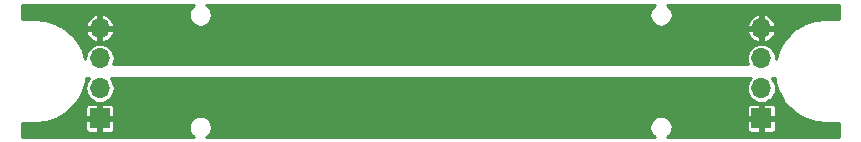
<source format=gbl>
G04 #@! TF.GenerationSoftware,KiCad,Pcbnew,(5.1.4-0-10_14)*
G04 #@! TF.CreationDate,2019-08-25T21:06:09+02:00*
G04 #@! TF.ProjectId,Streifen,53747265-6966-4656-9e2e-6b696361645f,rev?*
G04 #@! TF.SameCoordinates,Original*
G04 #@! TF.FileFunction,Copper,L2,Bot*
G04 #@! TF.FilePolarity,Positive*
%FSLAX46Y46*%
G04 Gerber Fmt 4.6, Leading zero omitted, Abs format (unit mm)*
G04 Created by KiCad (PCBNEW (5.1.4-0-10_14)) date 2019-08-25 21:06:09*
%MOMM*%
%LPD*%
G04 APERTURE LIST*
%ADD10O,1.700000X1.700000*%
%ADD11R,1.700000X1.700000*%
%ADD12C,0.254000*%
G04 APERTURE END LIST*
D10*
X122000000Y-96380000D03*
X122000000Y-98920000D03*
X122000000Y-101460000D03*
D11*
X122000000Y-104000000D03*
X178000000Y-104000000D03*
D10*
X178000000Y-101460000D03*
X178000000Y-98920000D03*
X178000000Y-96380000D03*
D12*
G36*
X129874649Y-94488007D02*
G01*
X129738007Y-94624649D01*
X129630649Y-94785322D01*
X129556699Y-94963853D01*
X129519000Y-95153380D01*
X129519000Y-95346620D01*
X129556699Y-95536147D01*
X129630649Y-95714678D01*
X129738007Y-95875351D01*
X129874649Y-96011993D01*
X130035322Y-96119351D01*
X130213853Y-96193301D01*
X130403380Y-96231000D01*
X130596620Y-96231000D01*
X130786147Y-96193301D01*
X130964678Y-96119351D01*
X131125351Y-96011993D01*
X131261993Y-95875351D01*
X131369351Y-95714678D01*
X131443301Y-95536147D01*
X131481000Y-95346620D01*
X131481000Y-95153380D01*
X131443301Y-94963853D01*
X131369351Y-94785322D01*
X131261993Y-94624649D01*
X131125351Y-94488007D01*
X131002619Y-94406000D01*
X168997381Y-94406000D01*
X168874649Y-94488007D01*
X168738007Y-94624649D01*
X168630649Y-94785322D01*
X168556699Y-94963853D01*
X168519000Y-95153380D01*
X168519000Y-95346620D01*
X168556699Y-95536147D01*
X168630649Y-95714678D01*
X168738007Y-95875351D01*
X168874649Y-96011993D01*
X169035322Y-96119351D01*
X169213853Y-96193301D01*
X169403380Y-96231000D01*
X169596620Y-96231000D01*
X169786147Y-96193301D01*
X169964678Y-96119351D01*
X170048983Y-96063020D01*
X176810511Y-96063020D01*
X176871373Y-96253000D01*
X177873000Y-96253000D01*
X177873000Y-95250813D01*
X178127000Y-95250813D01*
X178127000Y-96253000D01*
X179128627Y-96253000D01*
X179189489Y-96063020D01*
X179165134Y-95982712D01*
X179065239Y-95763039D01*
X178924408Y-95567076D01*
X178748052Y-95402353D01*
X178542949Y-95275201D01*
X178316981Y-95190505D01*
X178127000Y-95250813D01*
X177873000Y-95250813D01*
X177683019Y-95190505D01*
X177457051Y-95275201D01*
X177251948Y-95402353D01*
X177075592Y-95567076D01*
X176934761Y-95763039D01*
X176834866Y-95982712D01*
X176810511Y-96063020D01*
X170048983Y-96063020D01*
X170125351Y-96011993D01*
X170261993Y-95875351D01*
X170369351Y-95714678D01*
X170443301Y-95536147D01*
X170481000Y-95346620D01*
X170481000Y-95153380D01*
X170443301Y-94963853D01*
X170369351Y-94785322D01*
X170261993Y-94624649D01*
X170125351Y-94488007D01*
X170002619Y-94406000D01*
X184594000Y-94406000D01*
X184594001Y-95594000D01*
X183480059Y-95594000D01*
X183478644Y-95594139D01*
X183441316Y-95594400D01*
X183422971Y-95596328D01*
X183404532Y-95596328D01*
X183398894Y-95596920D01*
X182623096Y-95683940D01*
X182587038Y-95691604D01*
X182551006Y-95698739D01*
X182545601Y-95700412D01*
X182545591Y-95700414D01*
X182545582Y-95700418D01*
X181801470Y-95936464D01*
X181767662Y-95950954D01*
X181733627Y-95964982D01*
X181728640Y-95967678D01*
X181044540Y-96343765D01*
X181014160Y-96364567D01*
X180983529Y-96384918D01*
X180979160Y-96388532D01*
X180381137Y-96890333D01*
X180355378Y-96916638D01*
X180329281Y-96942553D01*
X180325697Y-96946946D01*
X179836532Y-97555346D01*
X179816379Y-97586143D01*
X179795806Y-97616643D01*
X179793144Y-97621649D01*
X179431466Y-98313476D01*
X179417654Y-98347662D01*
X179403423Y-98381516D01*
X179401787Y-98386933D01*
X179401783Y-98386943D01*
X179401781Y-98386953D01*
X179232962Y-98960549D01*
X179236956Y-98920000D01*
X179213188Y-98678682D01*
X179142798Y-98446637D01*
X179028491Y-98232784D01*
X178874660Y-98045340D01*
X178687216Y-97891509D01*
X178473363Y-97777202D01*
X178241318Y-97706812D01*
X178060472Y-97689000D01*
X177939528Y-97689000D01*
X177758682Y-97706812D01*
X177526637Y-97777202D01*
X177312784Y-97891509D01*
X177125340Y-98045340D01*
X176971509Y-98232784D01*
X176857202Y-98446637D01*
X176786812Y-98678682D01*
X176763044Y-98920000D01*
X176786812Y-99161318D01*
X176851025Y-99373000D01*
X123148975Y-99373000D01*
X123213188Y-99161318D01*
X123236956Y-98920000D01*
X123213188Y-98678682D01*
X123142798Y-98446637D01*
X123028491Y-98232784D01*
X122874660Y-98045340D01*
X122687216Y-97891509D01*
X122473363Y-97777202D01*
X122241318Y-97706812D01*
X122060472Y-97689000D01*
X121939528Y-97689000D01*
X121758682Y-97706812D01*
X121526637Y-97777202D01*
X121312784Y-97891509D01*
X121125340Y-98045340D01*
X120971509Y-98232784D01*
X120857202Y-98446637D01*
X120786812Y-98678682D01*
X120763044Y-98920000D01*
X120765413Y-98944048D01*
X120575296Y-98329881D01*
X120561019Y-98295918D01*
X120547251Y-98261840D01*
X120544590Y-98256834D01*
X120173287Y-97570124D01*
X120152687Y-97539583D01*
X120132561Y-97508828D01*
X120128979Y-97504434D01*
X119631365Y-96902923D01*
X119605265Y-96877005D01*
X119579508Y-96850703D01*
X119575140Y-96847089D01*
X119391089Y-96696980D01*
X120810511Y-96696980D01*
X120834866Y-96777288D01*
X120934761Y-96996961D01*
X121075592Y-97192924D01*
X121251948Y-97357647D01*
X121457051Y-97484799D01*
X121683019Y-97569495D01*
X121873000Y-97509187D01*
X121873000Y-96507000D01*
X122127000Y-96507000D01*
X122127000Y-97509187D01*
X122316981Y-97569495D01*
X122542949Y-97484799D01*
X122748052Y-97357647D01*
X122924408Y-97192924D01*
X123065239Y-96996961D01*
X123165134Y-96777288D01*
X123189489Y-96696980D01*
X176810511Y-96696980D01*
X176834866Y-96777288D01*
X176934761Y-96996961D01*
X177075592Y-97192924D01*
X177251948Y-97357647D01*
X177457051Y-97484799D01*
X177683019Y-97569495D01*
X177873000Y-97509187D01*
X177873000Y-96507000D01*
X178127000Y-96507000D01*
X178127000Y-97509187D01*
X178316981Y-97569495D01*
X178542949Y-97484799D01*
X178748052Y-97357647D01*
X178924408Y-97192924D01*
X179065239Y-96996961D01*
X179165134Y-96777288D01*
X179189489Y-96696980D01*
X179128627Y-96507000D01*
X178127000Y-96507000D01*
X177873000Y-96507000D01*
X176871373Y-96507000D01*
X176810511Y-96696980D01*
X123189489Y-96696980D01*
X123128627Y-96507000D01*
X122127000Y-96507000D01*
X121873000Y-96507000D01*
X120871373Y-96507000D01*
X120810511Y-96696980D01*
X119391089Y-96696980D01*
X118970170Y-96353687D01*
X118939497Y-96333308D01*
X118909159Y-96312535D01*
X118904180Y-96309843D01*
X118904172Y-96309838D01*
X118904164Y-96309835D01*
X118439975Y-96063020D01*
X120810511Y-96063020D01*
X120871373Y-96253000D01*
X121873000Y-96253000D01*
X121873000Y-95250813D01*
X122127000Y-95250813D01*
X122127000Y-96253000D01*
X123128627Y-96253000D01*
X123189489Y-96063020D01*
X123165134Y-95982712D01*
X123065239Y-95763039D01*
X122924408Y-95567076D01*
X122748052Y-95402353D01*
X122542949Y-95275201D01*
X122316981Y-95190505D01*
X122127000Y-95250813D01*
X121873000Y-95250813D01*
X121683019Y-95190505D01*
X121457051Y-95275201D01*
X121251948Y-95402353D01*
X121075592Y-95567076D01*
X120934761Y-95763039D01*
X120834866Y-95982712D01*
X120810511Y-96063020D01*
X118439975Y-96063020D01*
X118214888Y-95943339D01*
X118180839Y-95929305D01*
X118147044Y-95914821D01*
X118141629Y-95913144D01*
X117394284Y-95687507D01*
X117358178Y-95680358D01*
X117322194Y-95672710D01*
X117316556Y-95672117D01*
X116539618Y-95595938D01*
X116519941Y-95594000D01*
X115406000Y-95594000D01*
X115406000Y-94406000D01*
X129997381Y-94406000D01*
X129874649Y-94488007D01*
X129874649Y-94488007D01*
G37*
X129874649Y-94488007D02*
X129738007Y-94624649D01*
X129630649Y-94785322D01*
X129556699Y-94963853D01*
X129519000Y-95153380D01*
X129519000Y-95346620D01*
X129556699Y-95536147D01*
X129630649Y-95714678D01*
X129738007Y-95875351D01*
X129874649Y-96011993D01*
X130035322Y-96119351D01*
X130213853Y-96193301D01*
X130403380Y-96231000D01*
X130596620Y-96231000D01*
X130786147Y-96193301D01*
X130964678Y-96119351D01*
X131125351Y-96011993D01*
X131261993Y-95875351D01*
X131369351Y-95714678D01*
X131443301Y-95536147D01*
X131481000Y-95346620D01*
X131481000Y-95153380D01*
X131443301Y-94963853D01*
X131369351Y-94785322D01*
X131261993Y-94624649D01*
X131125351Y-94488007D01*
X131002619Y-94406000D01*
X168997381Y-94406000D01*
X168874649Y-94488007D01*
X168738007Y-94624649D01*
X168630649Y-94785322D01*
X168556699Y-94963853D01*
X168519000Y-95153380D01*
X168519000Y-95346620D01*
X168556699Y-95536147D01*
X168630649Y-95714678D01*
X168738007Y-95875351D01*
X168874649Y-96011993D01*
X169035322Y-96119351D01*
X169213853Y-96193301D01*
X169403380Y-96231000D01*
X169596620Y-96231000D01*
X169786147Y-96193301D01*
X169964678Y-96119351D01*
X170048983Y-96063020D01*
X176810511Y-96063020D01*
X176871373Y-96253000D01*
X177873000Y-96253000D01*
X177873000Y-95250813D01*
X178127000Y-95250813D01*
X178127000Y-96253000D01*
X179128627Y-96253000D01*
X179189489Y-96063020D01*
X179165134Y-95982712D01*
X179065239Y-95763039D01*
X178924408Y-95567076D01*
X178748052Y-95402353D01*
X178542949Y-95275201D01*
X178316981Y-95190505D01*
X178127000Y-95250813D01*
X177873000Y-95250813D01*
X177683019Y-95190505D01*
X177457051Y-95275201D01*
X177251948Y-95402353D01*
X177075592Y-95567076D01*
X176934761Y-95763039D01*
X176834866Y-95982712D01*
X176810511Y-96063020D01*
X170048983Y-96063020D01*
X170125351Y-96011993D01*
X170261993Y-95875351D01*
X170369351Y-95714678D01*
X170443301Y-95536147D01*
X170481000Y-95346620D01*
X170481000Y-95153380D01*
X170443301Y-94963853D01*
X170369351Y-94785322D01*
X170261993Y-94624649D01*
X170125351Y-94488007D01*
X170002619Y-94406000D01*
X184594000Y-94406000D01*
X184594001Y-95594000D01*
X183480059Y-95594000D01*
X183478644Y-95594139D01*
X183441316Y-95594400D01*
X183422971Y-95596328D01*
X183404532Y-95596328D01*
X183398894Y-95596920D01*
X182623096Y-95683940D01*
X182587038Y-95691604D01*
X182551006Y-95698739D01*
X182545601Y-95700412D01*
X182545591Y-95700414D01*
X182545582Y-95700418D01*
X181801470Y-95936464D01*
X181767662Y-95950954D01*
X181733627Y-95964982D01*
X181728640Y-95967678D01*
X181044540Y-96343765D01*
X181014160Y-96364567D01*
X180983529Y-96384918D01*
X180979160Y-96388532D01*
X180381137Y-96890333D01*
X180355378Y-96916638D01*
X180329281Y-96942553D01*
X180325697Y-96946946D01*
X179836532Y-97555346D01*
X179816379Y-97586143D01*
X179795806Y-97616643D01*
X179793144Y-97621649D01*
X179431466Y-98313476D01*
X179417654Y-98347662D01*
X179403423Y-98381516D01*
X179401787Y-98386933D01*
X179401783Y-98386943D01*
X179401781Y-98386953D01*
X179232962Y-98960549D01*
X179236956Y-98920000D01*
X179213188Y-98678682D01*
X179142798Y-98446637D01*
X179028491Y-98232784D01*
X178874660Y-98045340D01*
X178687216Y-97891509D01*
X178473363Y-97777202D01*
X178241318Y-97706812D01*
X178060472Y-97689000D01*
X177939528Y-97689000D01*
X177758682Y-97706812D01*
X177526637Y-97777202D01*
X177312784Y-97891509D01*
X177125340Y-98045340D01*
X176971509Y-98232784D01*
X176857202Y-98446637D01*
X176786812Y-98678682D01*
X176763044Y-98920000D01*
X176786812Y-99161318D01*
X176851025Y-99373000D01*
X123148975Y-99373000D01*
X123213188Y-99161318D01*
X123236956Y-98920000D01*
X123213188Y-98678682D01*
X123142798Y-98446637D01*
X123028491Y-98232784D01*
X122874660Y-98045340D01*
X122687216Y-97891509D01*
X122473363Y-97777202D01*
X122241318Y-97706812D01*
X122060472Y-97689000D01*
X121939528Y-97689000D01*
X121758682Y-97706812D01*
X121526637Y-97777202D01*
X121312784Y-97891509D01*
X121125340Y-98045340D01*
X120971509Y-98232784D01*
X120857202Y-98446637D01*
X120786812Y-98678682D01*
X120763044Y-98920000D01*
X120765413Y-98944048D01*
X120575296Y-98329881D01*
X120561019Y-98295918D01*
X120547251Y-98261840D01*
X120544590Y-98256834D01*
X120173287Y-97570124D01*
X120152687Y-97539583D01*
X120132561Y-97508828D01*
X120128979Y-97504434D01*
X119631365Y-96902923D01*
X119605265Y-96877005D01*
X119579508Y-96850703D01*
X119575140Y-96847089D01*
X119391089Y-96696980D01*
X120810511Y-96696980D01*
X120834866Y-96777288D01*
X120934761Y-96996961D01*
X121075592Y-97192924D01*
X121251948Y-97357647D01*
X121457051Y-97484799D01*
X121683019Y-97569495D01*
X121873000Y-97509187D01*
X121873000Y-96507000D01*
X122127000Y-96507000D01*
X122127000Y-97509187D01*
X122316981Y-97569495D01*
X122542949Y-97484799D01*
X122748052Y-97357647D01*
X122924408Y-97192924D01*
X123065239Y-96996961D01*
X123165134Y-96777288D01*
X123189489Y-96696980D01*
X176810511Y-96696980D01*
X176834866Y-96777288D01*
X176934761Y-96996961D01*
X177075592Y-97192924D01*
X177251948Y-97357647D01*
X177457051Y-97484799D01*
X177683019Y-97569495D01*
X177873000Y-97509187D01*
X177873000Y-96507000D01*
X178127000Y-96507000D01*
X178127000Y-97509187D01*
X178316981Y-97569495D01*
X178542949Y-97484799D01*
X178748052Y-97357647D01*
X178924408Y-97192924D01*
X179065239Y-96996961D01*
X179165134Y-96777288D01*
X179189489Y-96696980D01*
X179128627Y-96507000D01*
X178127000Y-96507000D01*
X177873000Y-96507000D01*
X176871373Y-96507000D01*
X176810511Y-96696980D01*
X123189489Y-96696980D01*
X123128627Y-96507000D01*
X122127000Y-96507000D01*
X121873000Y-96507000D01*
X120871373Y-96507000D01*
X120810511Y-96696980D01*
X119391089Y-96696980D01*
X118970170Y-96353687D01*
X118939497Y-96333308D01*
X118909159Y-96312535D01*
X118904180Y-96309843D01*
X118904172Y-96309838D01*
X118904164Y-96309835D01*
X118439975Y-96063020D01*
X120810511Y-96063020D01*
X120871373Y-96253000D01*
X121873000Y-96253000D01*
X121873000Y-95250813D01*
X122127000Y-95250813D01*
X122127000Y-96253000D01*
X123128627Y-96253000D01*
X123189489Y-96063020D01*
X123165134Y-95982712D01*
X123065239Y-95763039D01*
X122924408Y-95567076D01*
X122748052Y-95402353D01*
X122542949Y-95275201D01*
X122316981Y-95190505D01*
X122127000Y-95250813D01*
X121873000Y-95250813D01*
X121683019Y-95190505D01*
X121457051Y-95275201D01*
X121251948Y-95402353D01*
X121075592Y-95567076D01*
X120934761Y-95763039D01*
X120834866Y-95982712D01*
X120810511Y-96063020D01*
X118439975Y-96063020D01*
X118214888Y-95943339D01*
X118180839Y-95929305D01*
X118147044Y-95914821D01*
X118141629Y-95913144D01*
X117394284Y-95687507D01*
X117358178Y-95680358D01*
X117322194Y-95672710D01*
X117316556Y-95672117D01*
X116539618Y-95595938D01*
X116519941Y-95594000D01*
X115406000Y-95594000D01*
X115406000Y-94406000D01*
X129997381Y-94406000D01*
X129874649Y-94488007D01*
G36*
X120971509Y-100772784D02*
G01*
X120857202Y-100986637D01*
X120786812Y-101218682D01*
X120763044Y-101460000D01*
X120786812Y-101701318D01*
X120857202Y-101933363D01*
X120971509Y-102147216D01*
X121125340Y-102334660D01*
X121312784Y-102488491D01*
X121526637Y-102602798D01*
X121758682Y-102673188D01*
X121939528Y-102691000D01*
X122060472Y-102691000D01*
X122241318Y-102673188D01*
X122473363Y-102602798D01*
X122687216Y-102488491D01*
X122874660Y-102334660D01*
X123028491Y-102147216D01*
X123142798Y-101933363D01*
X123213188Y-101701318D01*
X123236956Y-101460000D01*
X123213188Y-101218682D01*
X123142798Y-100986637D01*
X123028491Y-100772784D01*
X122908849Y-100627000D01*
X177091151Y-100627000D01*
X176971509Y-100772784D01*
X176857202Y-100986637D01*
X176786812Y-101218682D01*
X176763044Y-101460000D01*
X176786812Y-101701318D01*
X176857202Y-101933363D01*
X176971509Y-102147216D01*
X177125340Y-102334660D01*
X177312784Y-102488491D01*
X177526637Y-102602798D01*
X177758682Y-102673188D01*
X177939528Y-102691000D01*
X178060472Y-102691000D01*
X178241318Y-102673188D01*
X178473363Y-102602798D01*
X178687216Y-102488491D01*
X178874660Y-102334660D01*
X179028491Y-102147216D01*
X179142798Y-101933363D01*
X179213188Y-101701318D01*
X179236956Y-101460000D01*
X179213188Y-101218682D01*
X179142798Y-100986637D01*
X179028491Y-100772784D01*
X178908849Y-100627000D01*
X179154826Y-100627000D01*
X179177923Y-100846751D01*
X179185329Y-100882830D01*
X179192218Y-100918942D01*
X179193856Y-100924369D01*
X179424704Y-101670119D01*
X179438981Y-101704082D01*
X179452749Y-101738160D01*
X179455410Y-101743166D01*
X179826713Y-102429875D01*
X179847289Y-102460381D01*
X179867439Y-102491173D01*
X179871016Y-102495559D01*
X179871021Y-102495566D01*
X179871027Y-102495572D01*
X180368635Y-103097077D01*
X180394748Y-103123009D01*
X180420491Y-103149297D01*
X180424859Y-103152911D01*
X181029830Y-103646312D01*
X181060495Y-103666686D01*
X181090842Y-103687465D01*
X181095828Y-103690162D01*
X181785113Y-104056661D01*
X181819134Y-104070683D01*
X181852955Y-104085179D01*
X181858371Y-104086856D01*
X182605716Y-104312493D01*
X182641822Y-104319642D01*
X182677806Y-104327290D01*
X182683443Y-104327883D01*
X182683445Y-104327883D01*
X183460382Y-104404062D01*
X183480059Y-104406000D01*
X184594000Y-104406000D01*
X184594001Y-105594000D01*
X170002619Y-105594000D01*
X170125351Y-105511993D01*
X170261993Y-105375351D01*
X170369351Y-105214678D01*
X170443301Y-105036147D01*
X170480327Y-104850000D01*
X176767157Y-104850000D01*
X176774513Y-104924689D01*
X176796299Y-104996508D01*
X176831678Y-105062696D01*
X176879289Y-105120711D01*
X176937304Y-105168322D01*
X177003492Y-105203701D01*
X177075311Y-105225487D01*
X177150000Y-105232843D01*
X177777750Y-105231000D01*
X177873000Y-105135750D01*
X177873000Y-104127000D01*
X178127000Y-104127000D01*
X178127000Y-105135750D01*
X178222250Y-105231000D01*
X178850000Y-105232843D01*
X178924689Y-105225487D01*
X178996508Y-105203701D01*
X179062696Y-105168322D01*
X179120711Y-105120711D01*
X179168322Y-105062696D01*
X179203701Y-104996508D01*
X179225487Y-104924689D01*
X179232843Y-104850000D01*
X179231000Y-104222250D01*
X179135750Y-104127000D01*
X178127000Y-104127000D01*
X177873000Y-104127000D01*
X176864250Y-104127000D01*
X176769000Y-104222250D01*
X176767157Y-104850000D01*
X170480327Y-104850000D01*
X170481000Y-104846620D01*
X170481000Y-104653380D01*
X170443301Y-104463853D01*
X170369351Y-104285322D01*
X170261993Y-104124649D01*
X170125351Y-103988007D01*
X169964678Y-103880649D01*
X169786147Y-103806699D01*
X169596620Y-103769000D01*
X169403380Y-103769000D01*
X169213853Y-103806699D01*
X169035322Y-103880649D01*
X168874649Y-103988007D01*
X168738007Y-104124649D01*
X168630649Y-104285322D01*
X168556699Y-104463853D01*
X168519000Y-104653380D01*
X168519000Y-104846620D01*
X168556699Y-105036147D01*
X168630649Y-105214678D01*
X168738007Y-105375351D01*
X168874649Y-105511993D01*
X168997381Y-105594000D01*
X131002619Y-105594000D01*
X131125351Y-105511993D01*
X131261993Y-105375351D01*
X131369351Y-105214678D01*
X131443301Y-105036147D01*
X131481000Y-104846620D01*
X131481000Y-104653380D01*
X131443301Y-104463853D01*
X131369351Y-104285322D01*
X131261993Y-104124649D01*
X131125351Y-103988007D01*
X130964678Y-103880649D01*
X130786147Y-103806699D01*
X130596620Y-103769000D01*
X130403380Y-103769000D01*
X130213853Y-103806699D01*
X130035322Y-103880649D01*
X129874649Y-103988007D01*
X129738007Y-104124649D01*
X129630649Y-104285322D01*
X129556699Y-104463853D01*
X129519000Y-104653380D01*
X129519000Y-104846620D01*
X129556699Y-105036147D01*
X129630649Y-105214678D01*
X129738007Y-105375351D01*
X129874649Y-105511993D01*
X129997381Y-105594000D01*
X115406000Y-105594000D01*
X115406000Y-104850000D01*
X120767157Y-104850000D01*
X120774513Y-104924689D01*
X120796299Y-104996508D01*
X120831678Y-105062696D01*
X120879289Y-105120711D01*
X120937304Y-105168322D01*
X121003492Y-105203701D01*
X121075311Y-105225487D01*
X121150000Y-105232843D01*
X121777750Y-105231000D01*
X121873000Y-105135750D01*
X121873000Y-104127000D01*
X122127000Y-104127000D01*
X122127000Y-105135750D01*
X122222250Y-105231000D01*
X122850000Y-105232843D01*
X122924689Y-105225487D01*
X122996508Y-105203701D01*
X123062696Y-105168322D01*
X123120711Y-105120711D01*
X123168322Y-105062696D01*
X123203701Y-104996508D01*
X123225487Y-104924689D01*
X123232843Y-104850000D01*
X123231000Y-104222250D01*
X123135750Y-104127000D01*
X122127000Y-104127000D01*
X121873000Y-104127000D01*
X120864250Y-104127000D01*
X120769000Y-104222250D01*
X120767157Y-104850000D01*
X115406000Y-104850000D01*
X115406000Y-104406000D01*
X116519941Y-104406000D01*
X116521356Y-104405861D01*
X116558684Y-104405600D01*
X116577029Y-104403672D01*
X116595467Y-104403672D01*
X116601106Y-104403080D01*
X117376903Y-104316060D01*
X117412961Y-104308396D01*
X117448993Y-104301261D01*
X117454399Y-104299588D01*
X117454409Y-104299586D01*
X117454418Y-104299582D01*
X118198530Y-104063537D01*
X118232371Y-104049033D01*
X118266373Y-104035018D01*
X118271360Y-104032322D01*
X118955460Y-103656234D01*
X118985825Y-103635443D01*
X119016471Y-103615081D01*
X119020840Y-103611468D01*
X119570796Y-103150000D01*
X120767157Y-103150000D01*
X120769000Y-103777750D01*
X120864250Y-103873000D01*
X121873000Y-103873000D01*
X121873000Y-102864250D01*
X122127000Y-102864250D01*
X122127000Y-103873000D01*
X123135750Y-103873000D01*
X123231000Y-103777750D01*
X123232843Y-103150000D01*
X176767157Y-103150000D01*
X176769000Y-103777750D01*
X176864250Y-103873000D01*
X177873000Y-103873000D01*
X177873000Y-102864250D01*
X178127000Y-102864250D01*
X178127000Y-103873000D01*
X179135750Y-103873000D01*
X179231000Y-103777750D01*
X179232843Y-103150000D01*
X179225487Y-103075311D01*
X179203701Y-103003492D01*
X179168322Y-102937304D01*
X179120711Y-102879289D01*
X179062696Y-102831678D01*
X178996508Y-102796299D01*
X178924689Y-102774513D01*
X178850000Y-102767157D01*
X178222250Y-102769000D01*
X178127000Y-102864250D01*
X177873000Y-102864250D01*
X177777750Y-102769000D01*
X177150000Y-102767157D01*
X177075311Y-102774513D01*
X177003492Y-102796299D01*
X176937304Y-102831678D01*
X176879289Y-102879289D01*
X176831678Y-102937304D01*
X176796299Y-103003492D01*
X176774513Y-103075311D01*
X176767157Y-103150000D01*
X123232843Y-103150000D01*
X123225487Y-103075311D01*
X123203701Y-103003492D01*
X123168322Y-102937304D01*
X123120711Y-102879289D01*
X123062696Y-102831678D01*
X122996508Y-102796299D01*
X122924689Y-102774513D01*
X122850000Y-102767157D01*
X122222250Y-102769000D01*
X122127000Y-102864250D01*
X121873000Y-102864250D01*
X121777750Y-102769000D01*
X121150000Y-102767157D01*
X121075311Y-102774513D01*
X121003492Y-102796299D01*
X120937304Y-102831678D01*
X120879289Y-102879289D01*
X120831678Y-102937304D01*
X120796299Y-103003492D01*
X120774513Y-103075311D01*
X120767157Y-103150000D01*
X119570796Y-103150000D01*
X119618863Y-103109667D01*
X119644639Y-103083346D01*
X119670719Y-103057447D01*
X119674297Y-103053060D01*
X119674303Y-103053054D01*
X119674307Y-103053047D01*
X120163468Y-102444654D01*
X120183612Y-102413870D01*
X120204194Y-102383356D01*
X120206856Y-102378351D01*
X120568534Y-101686524D01*
X120582337Y-101652361D01*
X120596577Y-101618484D01*
X120598214Y-101613063D01*
X120598217Y-101613056D01*
X120598218Y-101613049D01*
X120818630Y-100864156D01*
X120825527Y-100827999D01*
X120832924Y-100791964D01*
X120833478Y-100786322D01*
X120847978Y-100627000D01*
X121091151Y-100627000D01*
X120971509Y-100772784D01*
X120971509Y-100772784D01*
G37*
X120971509Y-100772784D02*
X120857202Y-100986637D01*
X120786812Y-101218682D01*
X120763044Y-101460000D01*
X120786812Y-101701318D01*
X120857202Y-101933363D01*
X120971509Y-102147216D01*
X121125340Y-102334660D01*
X121312784Y-102488491D01*
X121526637Y-102602798D01*
X121758682Y-102673188D01*
X121939528Y-102691000D01*
X122060472Y-102691000D01*
X122241318Y-102673188D01*
X122473363Y-102602798D01*
X122687216Y-102488491D01*
X122874660Y-102334660D01*
X123028491Y-102147216D01*
X123142798Y-101933363D01*
X123213188Y-101701318D01*
X123236956Y-101460000D01*
X123213188Y-101218682D01*
X123142798Y-100986637D01*
X123028491Y-100772784D01*
X122908849Y-100627000D01*
X177091151Y-100627000D01*
X176971509Y-100772784D01*
X176857202Y-100986637D01*
X176786812Y-101218682D01*
X176763044Y-101460000D01*
X176786812Y-101701318D01*
X176857202Y-101933363D01*
X176971509Y-102147216D01*
X177125340Y-102334660D01*
X177312784Y-102488491D01*
X177526637Y-102602798D01*
X177758682Y-102673188D01*
X177939528Y-102691000D01*
X178060472Y-102691000D01*
X178241318Y-102673188D01*
X178473363Y-102602798D01*
X178687216Y-102488491D01*
X178874660Y-102334660D01*
X179028491Y-102147216D01*
X179142798Y-101933363D01*
X179213188Y-101701318D01*
X179236956Y-101460000D01*
X179213188Y-101218682D01*
X179142798Y-100986637D01*
X179028491Y-100772784D01*
X178908849Y-100627000D01*
X179154826Y-100627000D01*
X179177923Y-100846751D01*
X179185329Y-100882830D01*
X179192218Y-100918942D01*
X179193856Y-100924369D01*
X179424704Y-101670119D01*
X179438981Y-101704082D01*
X179452749Y-101738160D01*
X179455410Y-101743166D01*
X179826713Y-102429875D01*
X179847289Y-102460381D01*
X179867439Y-102491173D01*
X179871016Y-102495559D01*
X179871021Y-102495566D01*
X179871027Y-102495572D01*
X180368635Y-103097077D01*
X180394748Y-103123009D01*
X180420491Y-103149297D01*
X180424859Y-103152911D01*
X181029830Y-103646312D01*
X181060495Y-103666686D01*
X181090842Y-103687465D01*
X181095828Y-103690162D01*
X181785113Y-104056661D01*
X181819134Y-104070683D01*
X181852955Y-104085179D01*
X181858371Y-104086856D01*
X182605716Y-104312493D01*
X182641822Y-104319642D01*
X182677806Y-104327290D01*
X182683443Y-104327883D01*
X182683445Y-104327883D01*
X183460382Y-104404062D01*
X183480059Y-104406000D01*
X184594000Y-104406000D01*
X184594001Y-105594000D01*
X170002619Y-105594000D01*
X170125351Y-105511993D01*
X170261993Y-105375351D01*
X170369351Y-105214678D01*
X170443301Y-105036147D01*
X170480327Y-104850000D01*
X176767157Y-104850000D01*
X176774513Y-104924689D01*
X176796299Y-104996508D01*
X176831678Y-105062696D01*
X176879289Y-105120711D01*
X176937304Y-105168322D01*
X177003492Y-105203701D01*
X177075311Y-105225487D01*
X177150000Y-105232843D01*
X177777750Y-105231000D01*
X177873000Y-105135750D01*
X177873000Y-104127000D01*
X178127000Y-104127000D01*
X178127000Y-105135750D01*
X178222250Y-105231000D01*
X178850000Y-105232843D01*
X178924689Y-105225487D01*
X178996508Y-105203701D01*
X179062696Y-105168322D01*
X179120711Y-105120711D01*
X179168322Y-105062696D01*
X179203701Y-104996508D01*
X179225487Y-104924689D01*
X179232843Y-104850000D01*
X179231000Y-104222250D01*
X179135750Y-104127000D01*
X178127000Y-104127000D01*
X177873000Y-104127000D01*
X176864250Y-104127000D01*
X176769000Y-104222250D01*
X176767157Y-104850000D01*
X170480327Y-104850000D01*
X170481000Y-104846620D01*
X170481000Y-104653380D01*
X170443301Y-104463853D01*
X170369351Y-104285322D01*
X170261993Y-104124649D01*
X170125351Y-103988007D01*
X169964678Y-103880649D01*
X169786147Y-103806699D01*
X169596620Y-103769000D01*
X169403380Y-103769000D01*
X169213853Y-103806699D01*
X169035322Y-103880649D01*
X168874649Y-103988007D01*
X168738007Y-104124649D01*
X168630649Y-104285322D01*
X168556699Y-104463853D01*
X168519000Y-104653380D01*
X168519000Y-104846620D01*
X168556699Y-105036147D01*
X168630649Y-105214678D01*
X168738007Y-105375351D01*
X168874649Y-105511993D01*
X168997381Y-105594000D01*
X131002619Y-105594000D01*
X131125351Y-105511993D01*
X131261993Y-105375351D01*
X131369351Y-105214678D01*
X131443301Y-105036147D01*
X131481000Y-104846620D01*
X131481000Y-104653380D01*
X131443301Y-104463853D01*
X131369351Y-104285322D01*
X131261993Y-104124649D01*
X131125351Y-103988007D01*
X130964678Y-103880649D01*
X130786147Y-103806699D01*
X130596620Y-103769000D01*
X130403380Y-103769000D01*
X130213853Y-103806699D01*
X130035322Y-103880649D01*
X129874649Y-103988007D01*
X129738007Y-104124649D01*
X129630649Y-104285322D01*
X129556699Y-104463853D01*
X129519000Y-104653380D01*
X129519000Y-104846620D01*
X129556699Y-105036147D01*
X129630649Y-105214678D01*
X129738007Y-105375351D01*
X129874649Y-105511993D01*
X129997381Y-105594000D01*
X115406000Y-105594000D01*
X115406000Y-104850000D01*
X120767157Y-104850000D01*
X120774513Y-104924689D01*
X120796299Y-104996508D01*
X120831678Y-105062696D01*
X120879289Y-105120711D01*
X120937304Y-105168322D01*
X121003492Y-105203701D01*
X121075311Y-105225487D01*
X121150000Y-105232843D01*
X121777750Y-105231000D01*
X121873000Y-105135750D01*
X121873000Y-104127000D01*
X122127000Y-104127000D01*
X122127000Y-105135750D01*
X122222250Y-105231000D01*
X122850000Y-105232843D01*
X122924689Y-105225487D01*
X122996508Y-105203701D01*
X123062696Y-105168322D01*
X123120711Y-105120711D01*
X123168322Y-105062696D01*
X123203701Y-104996508D01*
X123225487Y-104924689D01*
X123232843Y-104850000D01*
X123231000Y-104222250D01*
X123135750Y-104127000D01*
X122127000Y-104127000D01*
X121873000Y-104127000D01*
X120864250Y-104127000D01*
X120769000Y-104222250D01*
X120767157Y-104850000D01*
X115406000Y-104850000D01*
X115406000Y-104406000D01*
X116519941Y-104406000D01*
X116521356Y-104405861D01*
X116558684Y-104405600D01*
X116577029Y-104403672D01*
X116595467Y-104403672D01*
X116601106Y-104403080D01*
X117376903Y-104316060D01*
X117412961Y-104308396D01*
X117448993Y-104301261D01*
X117454399Y-104299588D01*
X117454409Y-104299586D01*
X117454418Y-104299582D01*
X118198530Y-104063537D01*
X118232371Y-104049033D01*
X118266373Y-104035018D01*
X118271360Y-104032322D01*
X118955460Y-103656234D01*
X118985825Y-103635443D01*
X119016471Y-103615081D01*
X119020840Y-103611468D01*
X119570796Y-103150000D01*
X120767157Y-103150000D01*
X120769000Y-103777750D01*
X120864250Y-103873000D01*
X121873000Y-103873000D01*
X121873000Y-102864250D01*
X122127000Y-102864250D01*
X122127000Y-103873000D01*
X123135750Y-103873000D01*
X123231000Y-103777750D01*
X123232843Y-103150000D01*
X176767157Y-103150000D01*
X176769000Y-103777750D01*
X176864250Y-103873000D01*
X177873000Y-103873000D01*
X177873000Y-102864250D01*
X178127000Y-102864250D01*
X178127000Y-103873000D01*
X179135750Y-103873000D01*
X179231000Y-103777750D01*
X179232843Y-103150000D01*
X179225487Y-103075311D01*
X179203701Y-103003492D01*
X179168322Y-102937304D01*
X179120711Y-102879289D01*
X179062696Y-102831678D01*
X178996508Y-102796299D01*
X178924689Y-102774513D01*
X178850000Y-102767157D01*
X178222250Y-102769000D01*
X178127000Y-102864250D01*
X177873000Y-102864250D01*
X177777750Y-102769000D01*
X177150000Y-102767157D01*
X177075311Y-102774513D01*
X177003492Y-102796299D01*
X176937304Y-102831678D01*
X176879289Y-102879289D01*
X176831678Y-102937304D01*
X176796299Y-103003492D01*
X176774513Y-103075311D01*
X176767157Y-103150000D01*
X123232843Y-103150000D01*
X123225487Y-103075311D01*
X123203701Y-103003492D01*
X123168322Y-102937304D01*
X123120711Y-102879289D01*
X123062696Y-102831678D01*
X122996508Y-102796299D01*
X122924689Y-102774513D01*
X122850000Y-102767157D01*
X122222250Y-102769000D01*
X122127000Y-102864250D01*
X121873000Y-102864250D01*
X121777750Y-102769000D01*
X121150000Y-102767157D01*
X121075311Y-102774513D01*
X121003492Y-102796299D01*
X120937304Y-102831678D01*
X120879289Y-102879289D01*
X120831678Y-102937304D01*
X120796299Y-103003492D01*
X120774513Y-103075311D01*
X120767157Y-103150000D01*
X119570796Y-103150000D01*
X119618863Y-103109667D01*
X119644639Y-103083346D01*
X119670719Y-103057447D01*
X119674297Y-103053060D01*
X119674303Y-103053054D01*
X119674307Y-103053047D01*
X120163468Y-102444654D01*
X120183612Y-102413870D01*
X120204194Y-102383356D01*
X120206856Y-102378351D01*
X120568534Y-101686524D01*
X120582337Y-101652361D01*
X120596577Y-101618484D01*
X120598214Y-101613063D01*
X120598217Y-101613056D01*
X120598218Y-101613049D01*
X120818630Y-100864156D01*
X120825527Y-100827999D01*
X120832924Y-100791964D01*
X120833478Y-100786322D01*
X120847978Y-100627000D01*
X121091151Y-100627000D01*
X120971509Y-100772784D01*
M02*

</source>
